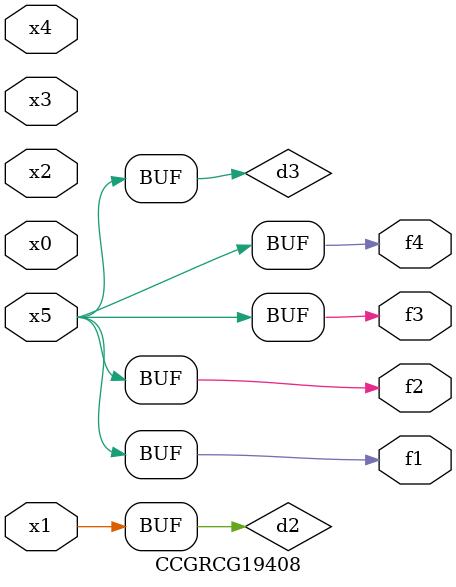
<source format=v>
module CCGRCG19408(
	input x0, x1, x2, x3, x4, x5,
	output f1, f2, f3, f4
);

	wire d1, d2, d3;

	not (d1, x5);
	or (d2, x1);
	xnor (d3, d1);
	assign f1 = d3;
	assign f2 = d3;
	assign f3 = d3;
	assign f4 = d3;
endmodule

</source>
